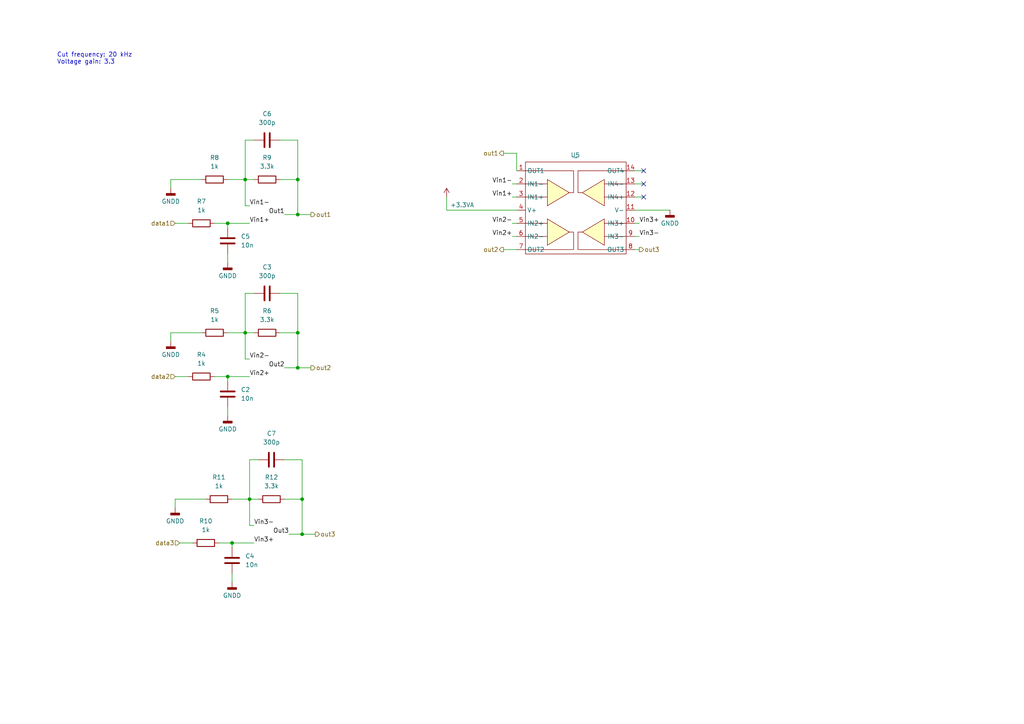
<source format=kicad_sch>
(kicad_sch (version 20231120) (generator "eeschema") (generator_version "8.0")
  (paper "A4")
  (lib_symbols
    (symbol "Device:C" (pin_numbers hide) (pin_names (offset 0.254))
      (property "Reference" "C" (at 0.635 2.54 0))
      (property "Value" "C" (at 0.635 -2.54 0))
      (symbol "C_0_1"
        (polyline (pts (xy -2.032 -0.762) (xy 2.032 -0.762)) (stroke (width 0.508)))
        (polyline (pts (xy -2.032 0.762) (xy 2.032 0.762)) (stroke (width 0.508)))
      )
      (symbol "C_1_1"
        (pin passive line (at 0 3.81 270) (length 2.794) (name "~") (number "1"))
        (pin passive line (at 0 -3.81 90) (length 2.794) (name "~") (number "2"))
      )
    )
    (symbol "Device:R" (pin_numbers hide) (pin_names (offset 0))
      (property "Reference" "R" (at 2.032 0 90))
      (property "Value" "R" (at 0 0 90))
      (symbol "R_0_1"
        (rectangle (start -1.016 -2.54) (end 1.016 2.54) (stroke (width 0.254)))
      )
      (symbol "R_1_1"
        (pin passive line (at 0 3.81 270) (length 1.27) (name "~") (number "1"))
        (pin passive line (at 0 -3.81 90) (length 1.27) (name "~") (number "2"))
      )
    )
    (symbol "TLV9004:TLV900"
      (property "Reference" "U" (at 0 0.254 0))
      (symbol "TLV900_1_1"
        (polyline (pts (xy -13.97 -22.86) (xy -7.62 -22.86)))
        (polyline (pts (xy -13.97 -19.05) (xy -7.62 -19.05)))
        (polyline (pts (xy -13.97 -11.43) (xy -7.62 -11.43)))
        (polyline (pts (xy -13.97 -7.62) (xy -7.62 -7.62)))
        (polyline (pts (xy 15.24 -22.86) (xy 8.89 -22.86)))
        (polyline (pts (xy 15.24 -19.05) (xy 8.89 -19.05)))
        (polyline (pts (xy 15.24 -11.43) (xy 8.89 -11.43)))
        (polyline (pts (xy 15.24 -7.62) (xy 8.89 -7.62)))
        (polyline (pts (xy -13.97 -26.67) (xy 0 -26.67) (xy 0 -21.59) (xy -1.27 -21.59)))
        (polyline (pts (xy -7.62 -17.78) (xy -7.62 -25.4) (xy -1.27 -21.59) (xy -7.62 -17.78)) (fill (type color) (color 255 255 194 1)))
        (polyline (pts (xy -7.62 -6.35) (xy -7.62 -13.97) (xy -1.27 -10.16) (xy -7.62 -6.35)) (fill (type color) (color 255 255 194 1)))
        (polyline (pts (xy -1.27 -10.16) (xy 0 -10.16) (xy 0 -3.81) (xy -13.97 -3.81)))
        (polyline (pts (xy 2.54 -10.16) (xy 1.27 -10.16) (xy 1.27 -3.81) (xy 15.24 -3.81)))
        (polyline (pts (xy 8.89 -25.4) (xy 8.89 -17.78) (xy 2.54 -21.59) (xy 8.89 -25.4)) (fill (type color) (color 255 255 194 1)))
        (polyline (pts (xy 8.89 -13.97) (xy 8.89 -6.35) (xy 2.54 -10.16) (xy 8.89 -13.97)) (fill (type color) (color 255 255 194 1)))
        (polyline (pts (xy 15.24 -26.67) (xy 1.27 -26.67) (xy 1.27 -21.59) (xy 2.54 -21.59)))
        (polyline (pts (xy -13.97 -1.27) (xy -13.97 -27.94) (xy 15.24 -27.94) (xy 15.24 -1.27) (xy -13.97 -1.27)))
        (pin output line (at -16.51 -3.81 0) (length 2.54) (name "OUT1") (number "1"))
        (pin input line (at 17.78 -19.05 180) (length 2.54) (name "IN3+") (number "10"))
        (pin input line (at 17.78 -15.24 180) (length 2.54) (name "V-") (number "11"))
        (pin input line (at 17.78 -11.43 180) (length 2.54) (name "IN4+") (number "12"))
        (pin input line (at 17.78 -7.62 180) (length 2.54) (name "IN4-") (number "13"))
        (pin output line (at 17.78 -3.81 180) (length 2.54) (name "OUT4") (number "14"))
        (pin input line (at -16.51 -7.62 0) (length 2.54) (name "IN1-") (number "2"))
        (pin input line (at -16.51 -11.43 0) (length 2.54) (name "IN1+") (number "3"))
        (pin input line (at -16.51 -15.24 0) (length 2.54) (name "V+") (number "4"))
        (pin input line (at -16.51 -19.05 0) (length 2.54) (name "IN2+") (number "5"))
        (pin input line (at -16.51 -22.86 0) (length 2.54) (name "IN2-") (number "6"))
        (pin output line (at -16.51 -26.67 0) (length 2.54) (name "OUT2") (number "7"))
        (pin output line (at 17.78 -26.67 180) (length 2.54) (name "OUT3") (number "8"))
        (pin input line (at 17.78 -22.86 180) (length 2.54) (name "IN3-") (number "9"))
      )
    )
    (symbol "power:+3.3V" (power) (pin_names (offset 0))
      (property "Value" "+3.3V" (at 0 3.556 0))
      (symbol "+3.3V_0_1"
        (polyline (pts (xy -0.762 1.27) (xy 0 2.54)))
        (polyline (pts (xy 0 0) (xy 0 2.54)))
        (polyline (pts (xy 0 2.54) (xy 0.762 1.27)))
      )
      (symbol "+3.3V_1_1"
        (pin power_in line (at 0 0 90) (length 0) hide (name "+3.3V") (number "1"))
      )
    )
    (symbol "power:GNDD" (power) (pin_numbers hide) (pin_names (offset 0) hide)
      (property "Value" "GNDD" (at 0 -3.175 0))
      (symbol "GNDD_0_1"
        (rectangle (start -1.27 -1.524) (end 1.27 -2.032) (stroke (width 0.254)) (fill (type outline)))
        (polyline (pts (xy 0 0) (xy 0 -1.524)))
      )
      (symbol "GNDD_1_1"
        (pin power_in line (at 0 0 270) (length 0) (name "~") (number "1"))
      )
    )
  )
  (junction (at 66.04 64.77))
  (junction (at 86.36 106.68))
  (junction (at 66.04 109.22))
  (junction (at 87.63 154.94))
  (junction (at 71.12 52.07))
  (junction (at 87.63 144.78))
  (junction (at 86.36 96.52))
  (junction (at 86.36 62.23))
  (junction (at 71.12 96.52))
  (junction (at 67.31 157.48))
  (junction (at 72.39 144.78))
  (junction (at 86.36 52.07))
  (no_connect (at 186.69 57.15))
  (no_connect (at 186.69 49.53))
  (no_connect (at 186.69 53.34))
  (wire (pts (xy 72.39 144.78) (xy 74.93 144.78)))
  (wire (pts (xy 86.36 85.09) (xy 86.36 96.52)))
  (wire (pts (xy 86.36 62.23) (xy 90.17 62.23)))
  (wire (pts (xy 149.86 44.45) (xy 149.86 49.53)))
  (wire (pts (xy 184.15 68.58) (xy 185.42 68.58)))
  (wire (pts (xy 87.63 133.35) (xy 87.63 144.78)))
  (wire (pts (xy 87.63 154.94) (xy 87.63 144.78)))
  (wire (pts (xy 86.36 40.64) (xy 86.36 52.07)))
  (wire (pts (xy 83.82 154.94) (xy 87.63 154.94)))
  (wire (pts (xy 66.04 64.77) (xy 66.04 66.04)))
  (wire (pts (xy 146.05 72.39) (xy 149.86 72.39)))
  (wire (pts (xy 71.12 96.52) (xy 71.12 104.14)))
  (wire (pts (xy 50.8 64.77) (xy 54.61 64.77)))
  (wire (pts (xy 86.36 96.52) (xy 81.28 96.52)))
  (wire (pts (xy 50.8 144.78) (xy 59.69 144.78)))
  (wire (pts (xy 71.12 104.14) (xy 72.39 104.14)))
  (wire (pts (xy 71.12 59.69) (xy 72.39 59.69)))
  (wire (pts (xy 129.54 57.15) (xy 129.54 60.96)))
  (wire (pts (xy 71.12 40.64) (xy 71.12 52.07)))
  (wire (pts (xy 73.66 85.09) (xy 71.12 85.09)))
  (wire (pts (xy 71.12 85.09) (xy 71.12 96.52)))
  (wire (pts (xy 66.04 52.07) (xy 71.12 52.07)))
  (wire (pts (xy 50.8 147.32) (xy 50.8 144.78)))
  (wire (pts (xy 184.15 60.96) (xy 194.31 60.96)))
  (wire (pts (xy 71.12 52.07) (xy 71.12 59.69)))
  (wire (pts (xy 66.04 96.52) (xy 71.12 96.52)))
  (wire (pts (xy 184.15 53.34) (xy 186.69 53.34)))
  (wire (pts (xy 72.39 133.35) (xy 72.39 144.78)))
  (wire (pts (xy 148.59 57.15) (xy 149.86 57.15)))
  (wire (pts (xy 67.31 157.48) (xy 73.66 157.48)))
  (wire (pts (xy 146.05 44.45) (xy 149.86 44.45)))
  (wire (pts (xy 62.23 109.22) (xy 66.04 109.22)))
  (wire (pts (xy 129.54 60.96) (xy 149.86 60.96)))
  (wire (pts (xy 49.53 54.61) (xy 49.53 52.07)))
  (wire (pts (xy 66.04 64.77) (xy 72.39 64.77)))
  (wire (pts (xy 50.8 109.22) (xy 54.61 109.22)))
  (wire (pts (xy 52.07 157.48) (xy 55.88 157.48)))
  (wire (pts (xy 49.53 99.06) (xy 49.53 96.52)))
  (wire (pts (xy 62.23 64.77) (xy 66.04 64.77)))
  (wire (pts (xy 67.31 144.78) (xy 72.39 144.78)))
  (wire (pts (xy 148.59 64.77) (xy 149.86 64.77)))
  (wire (pts (xy 184.15 64.77) (xy 185.42 64.77)))
  (wire (pts (xy 81.28 85.09) (xy 86.36 85.09)))
  (wire (pts (xy 82.55 106.68) (xy 86.36 106.68)))
  (wire (pts (xy 66.04 73.66) (xy 66.04 76.2)))
  (wire (pts (xy 148.59 53.34) (xy 149.86 53.34)))
  (wire (pts (xy 67.31 166.37) (xy 67.31 168.91)))
  (wire (pts (xy 73.66 40.64) (xy 71.12 40.64)))
  (wire (pts (xy 72.39 152.4) (xy 73.66 152.4)))
  (wire (pts (xy 184.15 49.53) (xy 186.69 49.53)))
  (wire (pts (xy 66.04 109.22) (xy 66.04 110.49)))
  (wire (pts (xy 49.53 52.07) (xy 58.42 52.07)))
  (wire (pts (xy 184.15 57.15) (xy 186.69 57.15)))
  (wire (pts (xy 66.04 109.22) (xy 72.39 109.22)))
  (wire (pts (xy 86.36 106.68) (xy 86.36 96.52)))
  (wire (pts (xy 63.5 157.48) (xy 67.31 157.48)))
  (wire (pts (xy 86.36 52.07) (xy 81.28 52.07)))
  (wire (pts (xy 67.31 157.48) (xy 67.31 158.75)))
  (wire (pts (xy 82.55 62.23) (xy 86.36 62.23)))
  (wire (pts (xy 87.63 154.94) (xy 91.44 154.94)))
  (wire (pts (xy 86.36 62.23) (xy 86.36 52.07)))
  (wire (pts (xy 71.12 96.52) (xy 73.66 96.52)))
  (wire (pts (xy 82.55 133.35) (xy 87.63 133.35)))
  (wire (pts (xy 87.63 144.78) (xy 82.55 144.78)))
  (wire (pts (xy 72.39 144.78) (xy 72.39 152.4)))
  (wire (pts (xy 71.12 52.07) (xy 73.66 52.07)))
  (wire (pts (xy 86.36 106.68) (xy 90.17 106.68)))
  (wire (pts (xy 49.53 96.52) (xy 58.42 96.52)))
  (wire (pts (xy 81.28 40.64) (xy 86.36 40.64)))
  (wire (pts (xy 184.15 72.39) (xy 185.42 72.39)))
  (wire (pts (xy 148.59 68.58) (xy 149.86 68.58)))
  (wire (pts (xy 74.93 133.35) (xy 72.39 133.35)))
  (wire (pts (xy 66.04 118.11) (xy 66.04 120.65)))
  (text "Cut frequency: 20 kHz\nVoltage gain: 3.3" (at 16.51 17.018 0) (effects (font (size 1.27 1.27)) (justify left)))
  (label "Vin3+" (at 185.42 64.77 0))
  (label "Vin3-" (at 73.66 152.4 0))
  (label "Vin1-" (at 148.59 53.34 180))
  (label "Out3" (at 83.82 154.94 180))
  (label "Vin1-" (at 72.39 59.69 0))
  (label "Out2" (at 82.55 106.68 180))
  (label "Vin3-" (at 185.42 68.58 0))
  (label "Vin2-" (at 72.39 104.14 0))
  (label "Vin2+" (at 148.59 68.58 180))
  (label "Vin1+" (at 72.39 64.77 0))
  (label "Vin2+" (at 72.39 109.22 0))
  (label "Vin2-" (at 148.59 64.77 180))
  (label "Out1" (at 82.55 62.23 180))
  (label "Vin1+" (at 148.59 57.15 180))
  (label "Vin3+" (at 73.66 157.48 0))
  (hierarchical_label "out2" (shape output) (at 90.17 106.68 0))
  (hierarchical_label "data1" (shape input) (at 50.8 64.77 180))
  (hierarchical_label "out1" (shape output) (at 146.05 44.45 180))
  (hierarchical_label "out1" (shape output) (at 90.17 62.23 0))
  (hierarchical_label "out3" (shape output) (at 185.42 72.39 0))
  (hierarchical_label "out2" (shape output) (at 146.05 72.39 180))
  (hierarchical_label "data2" (shape input) (at 50.8 109.22 180))
  (hierarchical_label "out3" (shape output) (at 91.44 154.94 0))
  (hierarchical_label "data3" (shape input) (at 52.07 157.48 180))
  (symbol (lib_id "Device:C") (at 67.31 162.56 0) (unit 1)
    (property "Reference" "C4" (at 71.12 161.2899 0) (effects (justify left)))
    (property "Value" "10n" (at 71.12 163.8299 0) (effects (justify left)))
    (property "Footprint" "Capacitor_SMD:C_0201_0603Metric_Pad0.64x0.40mm_HandSolder" (effects (hide yes)))
    (property "Description" "Unpolarized capacitor" (effects (hide yes)))
  )
  (symbol (lib_id "Device:R") (at 58.42 109.22 90) (unit 1)
    (property "Reference" "R4" (at 58.42 102.87 90))
    (property "Value" "1k" (at 58.42 105.41 90))
    (property "Footprint" "Resistor_SMD:R_0201_0603Metric_Pad0.64x0.40mm_HandSolder" (effects (hide yes)))
    (property "Description" "Resistor" (effects (hide yes)))
  )
  (symbol (lib_id "power:GNDD") (at 194.31 60.96 0) (unit 1)
    (property "Reference" "#PWR026" (effects (hide yes)))
    (property "Value" "GNDD" (at 194.31 64.77 0))
    (property "Description" "Power symbol creates a global label with name \"GNDD\" , digital ground" (effects (hide yes)))
  )
  (symbol (lib_id "Device:C") (at 66.04 69.85 0) (unit 1)
    (property "Reference" "C5" (at 69.85 68.5799 0) (effects (justify left)))
    (property "Value" "10n" (at 69.85 71.1199 0) (effects (justify left)))
    (property "Footprint" "Capacitor_SMD:C_0201_0603Metric_Pad0.64x0.40mm_HandSolder" (effects (hide yes)))
    (property "Description" "Unpolarized capacitor" (effects (hide yes)))
  )
  (symbol (lib_id "Device:R") (at 59.69 157.48 90) (unit 1)
    (property "Reference" "R10" (at 59.69 151.13 90))
    (property "Value" "1k" (at 59.69 153.67 90))
    (property "Footprint" "Resistor_SMD:R_0201_0603Metric_Pad0.64x0.40mm_HandSolder" (effects (hide yes)))
    (property "Description" "Resistor" (effects (hide yes)))
  )
  (symbol (lib_id "power:GNDD") (at 49.53 54.61 0) (unit 1)
    (property "Reference" "#PWR016" (effects (hide yes)))
    (property "Value" "GNDD" (at 49.53 58.42 0))
    (property "Description" "Power symbol creates a global label with name \"GNDD\" , digital ground" (effects (hide yes)))
  )
  (symbol (lib_id "Device:R") (at 58.42 64.77 90) (unit 1)
    (property "Reference" "R7" (at 58.42 58.42 90))
    (property "Value" "1k" (at 58.42 60.96 90))
    (property "Footprint" "Resistor_SMD:R_0201_0603Metric_Pad0.64x0.40mm_HandSolder" (effects (hide yes)))
    (property "Description" "Resistor" (effects (hide yes)))
  )
  (symbol (lib_id "Device:C") (at 78.74 133.35 90) (unit 1)
    (property "Reference" "C7" (at 78.74 125.73 90))
    (property "Value" "300p" (at 78.74 128.27 90))
    (property "Footprint" "Capacitor_SMD:C_0201_0603Metric_Pad0.64x0.40mm_HandSolder" (effects (hide yes)))
    (property "Description" "Unpolarized capacitor" (effects (hide yes)))
  )
  (symbol (lib_id "Device:C") (at 77.47 85.09 90) (unit 1)
    (property "Reference" "C3" (at 77.47 77.47 90))
    (property "Value" "300p" (at 77.47 80.01 90))
    (property "Footprint" "Capacitor_SMD:C_0201_0603Metric_Pad0.64x0.40mm_HandSolder" (effects (hide yes)))
    (property "Description" "Unpolarized capacitor" (effects (hide yes)))
  )
  (symbol (lib_id "power:GNDD") (at 67.31 168.91 0) (unit 1)
    (property "Reference" "#PWR025" (effects (hide yes)))
    (property "Value" "GNDD" (at 67.31 172.72 0))
    (property "Description" "Power symbol creates a global label with name \"GNDD\" , digital ground" (effects (hide yes)))
  )
  (symbol (lib_id "power:GNDD") (at 49.53 99.06 0) (unit 1)
    (property "Reference" "#PWR022" (effects (hide yes)))
    (property "Value" "GNDD" (at 49.53 102.87 0))
    (property "Description" "Power symbol creates a global label with name \"GNDD\" , digital ground" (effects (hide yes)))
  )
  (symbol (lib_id "Device:R") (at 63.5 144.78 270) (unit 1)
    (property "Reference" "R11" (at 63.5 138.43 90))
    (property "Value" "1k" (at 63.5 140.97 90))
    (property "Footprint" "Resistor_SMD:R_0201_0603Metric_Pad0.64x0.40mm_HandSolder" (effects (hide yes)))
    (property "Description" "Resistor" (effects (hide yes)))
  )
  (symbol (lib_id "Device:R") (at 77.47 96.52 90) (unit 1)
    (property "Reference" "R6" (at 77.47 90.17 90))
    (property "Value" "3.3k" (at 77.47 92.71 90))
    (property "Footprint" "Resistor_SMD:R_0201_0603Metric_Pad0.64x0.40mm_HandSolder" (effects (hide yes)))
    (property "Description" "Resistor" (effects (hide yes)))
  )
  (symbol (lib_id "power:GNDD") (at 66.04 76.2 0) (unit 1)
    (property "Reference" "#PWR05" (effects (hide yes)))
    (property "Value" "GNDD" (at 66.04 80.01 0))
    (property "Description" "Power symbol creates a global label with name \"GNDD\" , digital ground" (effects (hide yes)))
  )
  (symbol (lib_id "Device:R") (at 62.23 52.07 270) (unit 1)
    (property "Reference" "R8" (at 62.23 45.72 90))
    (property "Value" "1k" (at 62.23 48.26 90))
    (property "Footprint" "Resistor_SMD:R_0201_0603Metric_Pad0.64x0.40mm_HandSolder" (effects (hide yes)))
    (property "Description" "Resistor" (effects (hide yes)))
  )
  (symbol (lib_id "Device:R") (at 78.74 144.78 90) (unit 1)
    (property "Reference" "R12" (at 78.74 138.43 90))
    (property "Value" "3.3k" (at 78.74 140.97 90))
    (property "Footprint" "Resistor_SMD:R_0201_0603Metric_Pad0.64x0.40mm_HandSolder" (effects (hide yes)))
    (property "Description" "Resistor" (effects (hide yes)))
  )
  (symbol (lib_id "TLV9004:TLV900") (at 166.37 45.72 0) (unit 1)
    (property "Reference" "U5" (at 166.878 44.958 0))
    (property "Value" "~" (at 167.005 45.72 0))
    (property "Footprint" "Package_SO:SOIC-14_3.9x8.7mm_P1.27mm" (effects (hide yes)))
  )
  (symbol (lib_id "Device:C") (at 66.04 114.3 0) (unit 1)
    (property "Reference" "C2" (at 69.85 113.0299 0) (effects (justify left)))
    (property "Value" "10n" (at 69.85 115.5699 0) (effects (justify left)))
    (property "Footprint" "Capacitor_SMD:C_0201_0603Metric_Pad0.64x0.40mm_HandSolder" (effects (hide yes)))
    (property "Description" "Unpolarized capacitor" (effects (hide yes)))
  )
  (symbol (lib_id "power:+3.3V") (at 129.54 57.15 0) (unit 1)
    (property "Reference" "#PWR02" (effects (hide yes)))
    (property "Value" "+3.3VA" (at 130.556 59.436 0) (effects (justify left)))
  )
  (symbol (lib_id "Device:C") (at 77.47 40.64 90) (unit 1)
    (property "Reference" "C6" (at 77.47 33.02 90))
    (property "Value" "300p" (at 77.47 35.56 90))
    (property "Footprint" "Capacitor_SMD:C_0201_0603Metric_Pad0.64x0.40mm_HandSolder" (effects (hide yes)))
    (property "Description" "Unpolarized capacitor" (effects (hide yes)))
  )
  (symbol (lib_id "power:GNDD") (at 50.8 147.32 0) (unit 1)
    (property "Reference" "#PWR024" (effects (hide yes)))
    (property "Value" "GNDD" (at 50.8 151.13 0))
    (property "Description" "Power symbol creates a global label with name \"GNDD\" , digital ground" (effects (hide yes)))
  )
  (symbol (lib_id "power:GNDD") (at 66.04 120.65 0) (unit 1)
    (property "Reference" "#PWR023" (effects (hide yes)))
    (property "Value" "GNDD" (at 66.04 124.46 0))
    (property "Description" "Power symbol creates a global label with name \"GNDD\" , digital ground" (effects (hide yes)))
  )
  (symbol (lib_id "Device:R") (at 77.47 52.07 90) (unit 1)
    (property "Reference" "R9" (at 77.47 45.72 90))
    (property "Value" "3.3k" (at 77.47 48.26 90))
    (property "Footprint" "Resistor_SMD:R_0201_0603Metric_Pad0.64x0.40mm_HandSolder" (effects (hide yes)))
    (property "Description" "Resistor" (effects (hide yes)))
  )
  (symbol (lib_id "Device:R") (at 62.23 96.52 270) (unit 1)
    (property "Reference" "R5" (at 62.23 90.17 90))
    (property "Value" "1k" (at 62.23 92.71 90))
    (property "Footprint" "Resistor_SMD:R_0201_0603Metric_Pad0.64x0.40mm_HandSolder" (effects (hide yes)))
    (property "Description" "Resistor" (effects (hide yes)))
  )
)
</source>
